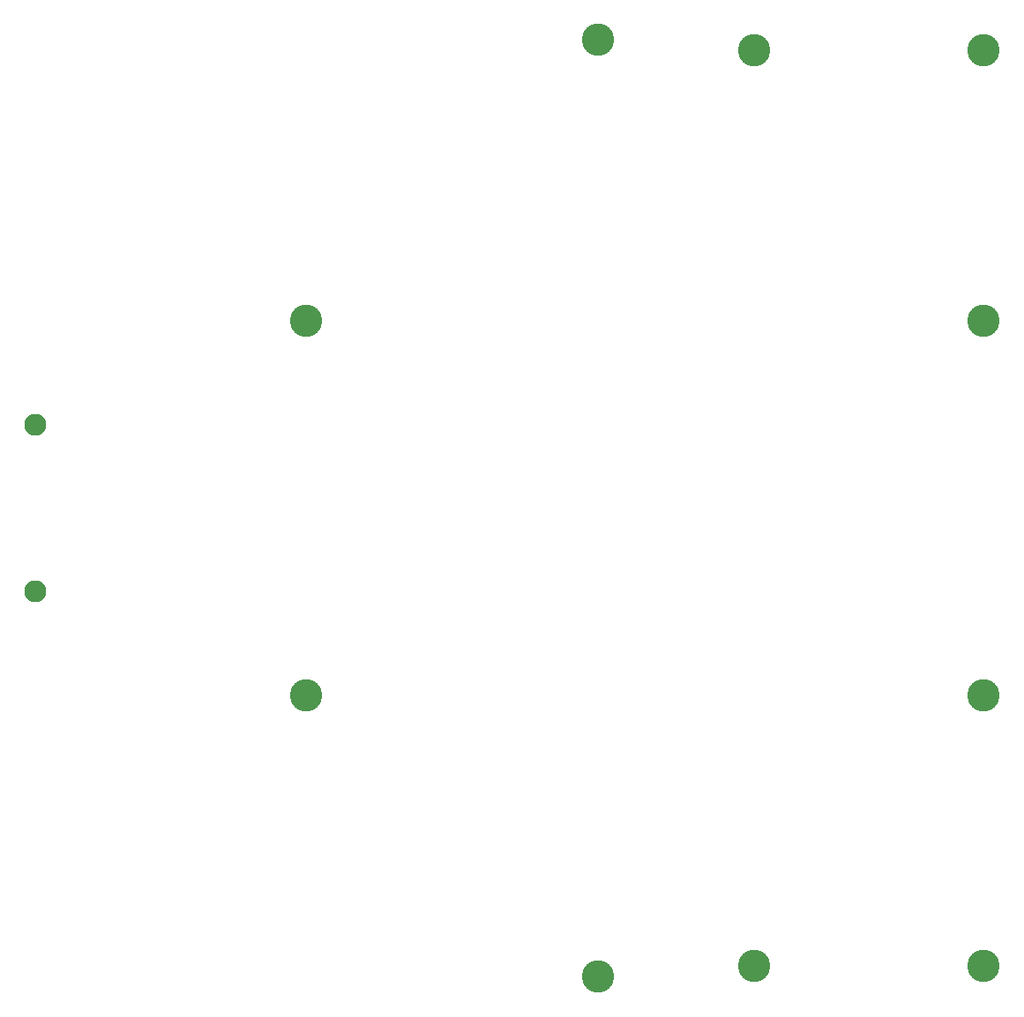
<source format=gbr>
M48
;DRILL file {Pcbnew (2013-may-18)-stable} date Пт 28 авг 2015 20:38:39
;FORMAT={-:-/ absolute / inch / decimal}
FMAT,2
INCH,TZ
T1C0.083
T2C0.122
%
G90
G05
M72
T1
X2.2047Y-2.874
X2.2047Y-3.5039
T2
X3.2283Y-2.4803
X3.2283Y-3.8976
X4.3307Y-1.4173
X4.3307Y-4.9606
X4.9213Y-1.4567
X4.9213Y-4.9213
X5.7874Y-1.4567
X5.7874Y-2.4803
X5.7874Y-3.8976
X5.7874Y-4.9213
T0
M30

</source>
